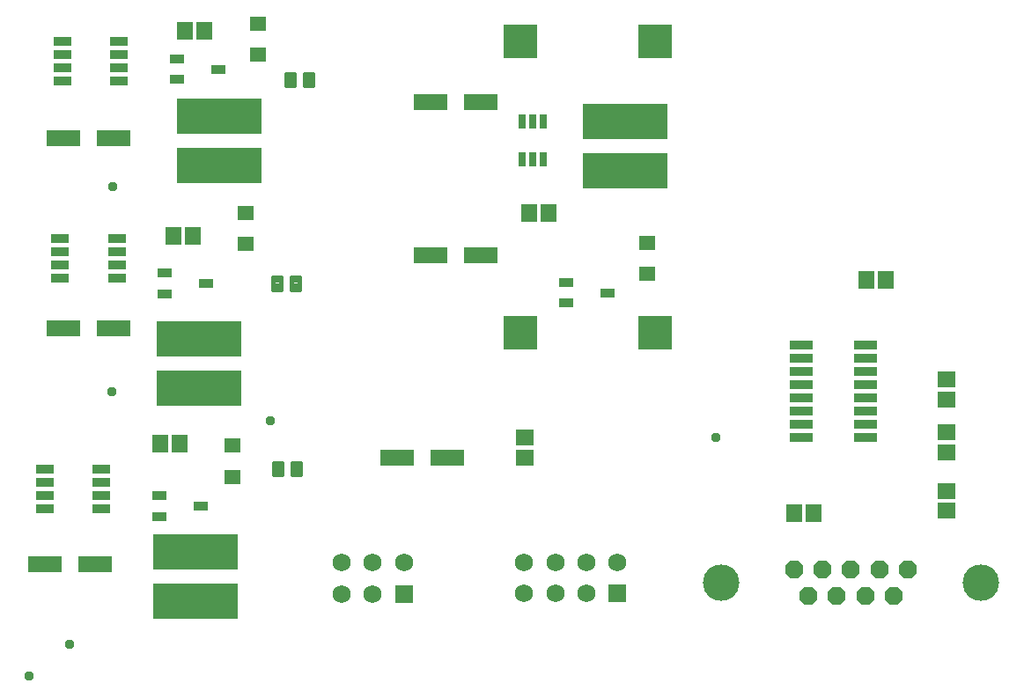
<source format=gbr>
G04 EAGLE Gerber RS-274X export*
G75*
%MOMM*%
%FSLAX34Y34*%
%LPD*%
%INSoldermask Top*%
%IPPOS*%
%AMOC8*
5,1,8,0,0,1.08239X$1,22.5*%
G01*
%ADD10R,2.235200X0.863600*%
%ADD11R,1.503200X1.703200*%
%ADD12R,1.703200X1.503200*%
%ADD13P,1.869504X8X202.500000*%
%ADD14C,3.505200*%
%ADD15C,1.733200*%
%ADD16R,1.733200X1.733200*%
%ADD17R,3.203200X3.203200*%
%ADD18R,3.203200X1.603200*%
%ADD19R,1.753200X0.903200*%
%ADD20R,8.203200X3.503200*%
%ADD21R,1.573200X1.323200*%
%ADD22R,1.473200X0.838200*%
%ADD23C,0.463294*%
%ADD24R,0.803200X1.403200*%
%ADD25C,0.959600*%


D10*
X843734Y249550D03*
X782266Y249550D03*
X843734Y262250D03*
X843734Y274950D03*
X782266Y262250D03*
X782266Y274950D03*
X843734Y287650D03*
X782266Y287650D03*
X843734Y300350D03*
X782266Y300350D03*
X843734Y313050D03*
X843734Y325750D03*
X782266Y313050D03*
X782266Y325750D03*
X843734Y338450D03*
X782266Y338450D03*
D11*
X863500Y401000D03*
X844500Y401000D03*
D12*
X922000Y254500D03*
X922000Y235500D03*
X922000Y305500D03*
X922000Y286500D03*
D11*
X775500Y177000D03*
X794500Y177000D03*
D12*
X922000Y198500D03*
X922000Y179500D03*
D13*
X884864Y122700D03*
X857432Y122700D03*
X830000Y122700D03*
X802568Y122700D03*
X775136Y122700D03*
X871148Y97300D03*
X843716Y97300D03*
X816284Y97300D03*
X788852Y97300D03*
D14*
X955222Y110000D03*
X704778Y110000D03*
D15*
X575622Y99652D03*
X575622Y129652D03*
X545622Y99652D03*
X545622Y129652D03*
D16*
X605622Y99652D03*
D15*
X515622Y99652D03*
X605622Y129652D03*
X515622Y129652D03*
D16*
X400000Y99420D03*
D15*
X400000Y129420D03*
X370000Y99420D03*
X340000Y99420D03*
X370000Y129420D03*
X340000Y129420D03*
D12*
X516000Y249500D03*
X516000Y230500D03*
D17*
X512000Y351000D03*
X642000Y351000D03*
X642000Y631000D03*
X512000Y631000D03*
D18*
X394000Y230000D03*
X442000Y230000D03*
D19*
X126250Y592950D03*
X126250Y605650D03*
X126250Y618350D03*
X126250Y631050D03*
X71750Y631050D03*
X71750Y618350D03*
X71750Y605650D03*
X71750Y592950D03*
D20*
X223000Y558500D03*
X223000Y511500D03*
D21*
X260000Y618000D03*
X260000Y648000D03*
D22*
X222000Y604000D03*
X182000Y614000D03*
X182000Y594000D03*
D23*
X305110Y599685D02*
X312670Y599685D01*
X312670Y588315D01*
X305110Y588315D01*
X305110Y599685D01*
X305110Y592716D02*
X312670Y592716D01*
X312670Y597117D02*
X305110Y597117D01*
X294890Y599685D02*
X287330Y599685D01*
X294890Y599685D02*
X294890Y588315D01*
X287330Y588315D01*
X287330Y599685D01*
X287330Y592716D02*
X294890Y592716D01*
X294890Y597117D02*
X287330Y597117D01*
D19*
X124250Y402950D03*
X124250Y415650D03*
X124250Y428350D03*
X124250Y441050D03*
X69750Y441050D03*
X69750Y428350D03*
X69750Y415650D03*
X69750Y402950D03*
D20*
X203000Y344500D03*
X203000Y297500D03*
D21*
X248000Y436000D03*
X248000Y466000D03*
D22*
X210000Y398000D03*
X170000Y408000D03*
X170000Y388000D03*
D23*
X292110Y403685D02*
X299670Y403685D01*
X299670Y392315D01*
X292110Y392315D01*
X292110Y403685D01*
X292110Y396716D02*
X299670Y396716D01*
X299670Y401117D02*
X292110Y401117D01*
X281890Y403685D02*
X274330Y403685D01*
X281890Y403685D02*
X281890Y392315D01*
X274330Y392315D01*
X274330Y403685D01*
X274330Y396716D02*
X281890Y396716D01*
X281890Y401117D02*
X274330Y401117D01*
D19*
X109250Y180950D03*
X109250Y193650D03*
X109250Y206350D03*
X109250Y219050D03*
X54750Y219050D03*
X54750Y206350D03*
X54750Y193650D03*
X54750Y180950D03*
D20*
X200000Y139500D03*
X200000Y92500D03*
D21*
X235000Y212000D03*
X235000Y242000D03*
D22*
X205000Y184000D03*
X165000Y194000D03*
X165000Y174000D03*
D23*
X293110Y225685D02*
X300670Y225685D01*
X300670Y214315D01*
X293110Y214315D01*
X293110Y225685D01*
X293110Y218716D02*
X300670Y218716D01*
X300670Y223117D02*
X293110Y223117D01*
X282890Y225685D02*
X275330Y225685D01*
X282890Y225685D02*
X282890Y214315D01*
X275330Y214315D01*
X275330Y225685D01*
X275330Y218716D02*
X282890Y218716D01*
X282890Y223117D02*
X275330Y223117D01*
D18*
X73000Y538000D03*
X121000Y538000D03*
X73000Y355000D03*
X121000Y355000D03*
X55000Y128000D03*
X103000Y128000D03*
D24*
X524000Y554000D03*
X514000Y554000D03*
X534000Y554000D03*
X524000Y517000D03*
X514000Y517000D03*
X534000Y517000D03*
D22*
X596000Y389000D03*
X556000Y399000D03*
X556000Y379000D03*
D21*
X634000Y407000D03*
X634000Y437000D03*
D20*
X613000Y553500D03*
X613000Y506500D03*
D11*
X520500Y466000D03*
X539500Y466000D03*
D18*
X426000Y425000D03*
X474000Y425000D03*
X426000Y572000D03*
X474000Y572000D03*
D11*
X208500Y641000D03*
X189500Y641000D03*
X197500Y444000D03*
X178500Y444000D03*
X184500Y244000D03*
X165500Y244000D03*
D25*
X272000Y266000D03*
X700000Y250000D03*
X120000Y491000D03*
X40000Y20000D03*
X79000Y51000D03*
X119000Y294000D03*
M02*

</source>
